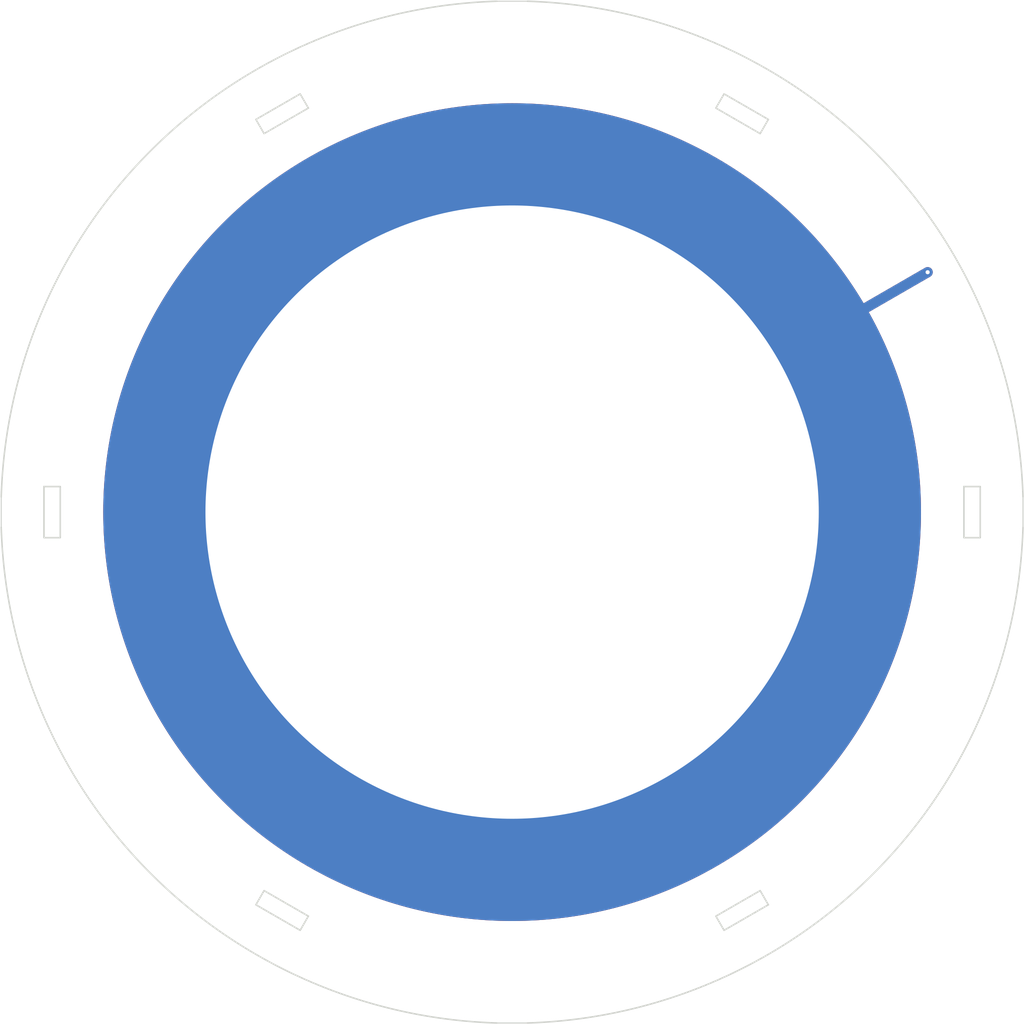
<source format=kicad_pcb>
(kicad_pcb (version 20221018) (generator pcbnew)

  (general
    (thickness 1.6)
  )

  (paper "User" 499.999 499.999)
  (layers
    (0 "F.Cu" signal)
    (31 "B.Cu" signal)
    (32 "B.Adhes" user "B.Adhesive")
    (33 "F.Adhes" user "F.Adhesive")
    (34 "B.Paste" user)
    (35 "F.Paste" user)
    (36 "B.SilkS" user "B.Silkscreen")
    (37 "F.SilkS" user "F.Silkscreen")
    (38 "B.Mask" user)
    (39 "F.Mask" user)
    (40 "Dwgs.User" user "User.Drawings")
    (41 "Cmts.User" user "User.Comments")
    (42 "Eco1.User" user "User.Eco1")
    (43 "Eco2.User" user "User.Eco2")
    (44 "Edge.Cuts" user)
    (45 "Margin" user)
    (46 "B.CrtYd" user "B.Courtyard")
    (47 "F.CrtYd" user "F.Courtyard")
    (48 "B.Fab" user)
    (49 "F.Fab" user)
    (50 "User.1" user)
    (51 "User.2" user)
    (52 "User.3" user)
    (53 "User.4" user)
    (54 "User.5" user)
    (55 "User.6" user)
    (56 "User.7" user)
    (57 "User.8" user)
    (58 "User.9" user)
  )

  (setup
    (pad_to_mask_clearance 0)
    (pcbplotparams
      (layerselection 0x00010fc_ffffffff)
      (plot_on_all_layers_selection 0x0000000_00000000)
      (disableapertmacros false)
      (usegerberextensions false)
      (usegerberattributes true)
      (usegerberadvancedattributes true)
      (creategerberjobfile true)
      (dashed_line_dash_ratio 12.000000)
      (dashed_line_gap_ratio 3.000000)
      (svgprecision 4)
      (plotframeref false)
      (viasonmask false)
      (mode 1)
      (useauxorigin false)
      (hpglpennumber 1)
      (hpglpenspeed 20)
      (hpglpendiameter 15.000000)
      (dxfpolygonmode true)
      (dxfimperialunits true)
      (dxfusepcbnewfont true)
      (psnegative false)
      (psa4output false)
      (plotreference true)
      (plotvalue true)
      (plotinvisibletext false)
      (sketchpadsonfab false)
      (subtractmaskfromsilk false)
      (outputformat 1)
      (mirror false)
      (drillshape 1)
      (scaleselection 1)
      (outputdirectory "")
    )
  )

  (net 0 "")

  (gr_line (start 133.029671 112.815023) (end 139.44827 109.109243)
    (stroke (width 1) (type default)) (layer "F.Cu") (tstamp 9bf33168-74e8-450c-b4ed-f5cad890178b))
  (gr_line (start 133.029671 112.815023) (end 139.44827 109.109243)
    (stroke (width 1) (type default)) (layer "B.Cu") (tstamp 587b7d02-687f-48d6-a01f-406e4a1e8a11))
  (gr_circle (center 98.797139 132.579184) (end 133.797139 132.579184)
    (stroke (width 10) (type default)) (fill none) (layer "B.Mask") (tstamp 1ad6b06e-55ff-4e75-8fa5-211ecdfa312f))
  (gr_circle (center 98.797139 132.579184) (end 133.797139 132.579184)
    (stroke (width 10) (type default)) (fill none) (layer "F.Mask") (tstamp f9a26e45-3463-4412-9c65-8da5770311ce))
  (gr_poly
    (pts
      (xy 118.732075 93.050861)
      (xy 119.532075 91.66522)
      (xy 123.862202 94.16522)
      (xy 123.062202 95.550861)
    )

    (stroke (width 0.15) (type default)) (fill none) (layer "Edge.Cuts") (tstamp 09d4dd95-0f0a-4f8c-b5f0-0b5c6a656b28))
  (gr_arc (start 97.296465 182.556658) (mid 63.441323 167.934045) (end 48.819625 134.078509)
    (stroke (width 0.15) (type default)) (layer "Edge.Cuts") (tstamp 1e502006-4663-450f-a600-ad416be28a6c))
  (gr_poly
    (pts
      (xy 78.862203 172.107507)
      (xy 78.062203 173.493148)
      (xy 73.732076 170.993148)
      (xy 74.532076 169.607507)
    )

    (stroke (width 0.15) (type default)) (fill none) (layer "Edge.Cuts") (tstamp 22a6bee7-579a-4ea4-8a32-6e1b7b03c447))
  (gr_arc (start 100.297813 82.60171) (mid 134.152955 97.224323) (end 148.774653 131.079859)
    (stroke (width 0.15) (type default)) (layer "Edge.Cuts") (tstamp 6b9d6dca-68b1-4090-b7b3-f8a4b48fcd7d))
  (gr_rect (start 52.997139 130.079184) (end 54.597139 135.079184)
    (stroke (width 0.15) (type default)) (fill none) (layer "Edge.Cuts") (tstamp 70e460cb-da00-41f7-acf3-1a3f6730cf2f))
  (gr_line (start 148.774653 131.079859) (end 148.774613 134.079858)
    (stroke (width 0.1) (type default)) (layer "Edge.Cuts") (tstamp 753aca69-9fcb-4cef-8b85-8e0447fae6fb))
  (gr_poly
    (pts
      (xy 123.062203 169.607507)
      (xy 123.862203 170.993148)
      (xy 119.532076 173.493148)
      (xy 118.732076 172.107507)
    )

    (stroke (width 0.15) (type default)) (fill none) (layer "Edge.Cuts") (tstamp 80797cee-418c-4dbf-83e0-b39d43cd792a))
  (gr_line (start 48.819625 134.078509) (end 48.819665 131.07851)
    (stroke (width 0.1) (type default)) (layer "Edge.Cuts") (tstamp aced1243-193e-4149-805d-97d2e395e728))
  (gr_line (start 97.297814 82.60167) (end 100.297813 82.60171)
    (stroke (width 0.1) (type default)) (layer "Edge.Cuts") (tstamp b11254e7-3a71-4e5b-b609-8e45f4f7c895))
  (gr_rect (start 142.997139 130.079184) (end 144.597139 135.079184)
    (stroke (width 0.15) (type default)) (fill none) (layer "Edge.Cuts") (tstamp bf04a487-0300-46d8-92b2-766234c8f10a))
  (gr_arc (start 48.819665 131.07851) (mid 63.442278 97.223368) (end 97.297814 82.60167)
    (stroke (width 0.15) (type default)) (layer "Edge.Cuts") (tstamp d7231142-ead0-4fe5-ae91-226e9c7d13bf))
  (gr_poly
    (pts
      (xy 74.532075 95.550861)
      (xy 73.732075 94.16522)
      (xy 78.062202 91.66522)
      (xy 78.862202 93.050861)
    )

    (stroke (width 0.15) (type default)) (fill none) (layer "Edge.Cuts") (tstamp eb3c9c58-a95a-41f1-b7bd-8a4ecb4efefd))
  (gr_line (start 100.296464 182.556698) (end 97.296465 182.556658)
    (stroke (width 0.1) (type default)) (layer "Edge.Cuts") (tstamp efbc17cd-e830-4c84-8a5d-2f7da5f88d9d))
  (gr_arc (start 148.774613 134.079858) (mid 134.152 167.935) (end 100.296464 182.556698)
    (stroke (width 0.15) (type default)) (layer "Edge.Cuts") (tstamp fe325a3f-dca5-4c12-86e6-3033e6367548))
  (gr_line (start 98.797139 132.579184) (end 133.029671 112.815023)
    (stroke (width 0.15) (type default)) (layer "User.6") (tstamp 042a0dc4-276b-49df-8a43-e925a6cdd051))
  (gr_line (start 142.997139 135.079184) (end 142.997139 130.079184)
    (stroke (width 0.15) (type default)) (layer "User.6") (tstamp 0f1dc123-1064-47be-982d-7c30fa3dc133))
  (gr_line (start 138.797139 132.579184) (end 148.797139 132.579184)
    (stroke (width 0.15) (type default)) (layer "User.6") (tstamp 10339a44-e40a-427e-ad74-a04321bfe132))
  (gr_line (start 143.797139 130.079184) (end 144.597139 130.079184)
    (stroke (width 0.15) (type default)) (layer "User.6") (tstamp 347fa578-01a5-4d24-bda3-5939a15029c8))
  (gr_line (start 107.355272 127.638144) (end 98.797139 132.579184)
    (stroke (width 0.15) (type default)) (layer "User.6") (tstamp 3580f2aa-1865-48be-ba66-2b3214af36e3))
  (gr_circle (center 98.797139 132.579184) (end 128.797139 132.579184)
    (stroke (width 0.2) (type default)) (fill none) (layer "User.6") (tstamp 43d4e605-9111-40f5-99a8-f0ee4f0da9d8))
  (gr_line (start 144.597139 130.079184) (end 144.597139 135.079184)
    (stroke (width 0.15) (type default)) (layer "User.6") (tstamp 516b8f74-27d5-4208-963c-69c3a885ae47))
  (gr_line (start 143.797139 135.079184) (end 143.797139 132.579184)
    (stroke (width 0.15) (type default)) (layer "User.6") (tstamp 52b8e0c8-6eeb-4492-8762-04943830b1a1))
  (gr_line (start 137.308737 110.344503) (end 133.029671 112.815023)
    (stroke (width 0.15) (type default)) (layer "User.6") (tstamp 5bf5d277-d0a2-4e35-bb16-bc74926181b7))
  (gr_line (start 144.597139 135.079184) (end 143.797139 135.079184)
    (stroke (width 0.15) (type default)) (layer "User.6") (tstamp 73aa8d6c-9350-4a89-94c2-07945d27c945))
  (gr_line (start 143.797139 132.579184) (end 143.797139 130.079184)
    (stroke (width 0.15) (type default)) (layer "User.6") (tstamp 76a68bcd-766d-432e-adb1-4a8e59709713))
  (gr_line (start 142.997139 135.079184) (end 143.797139 135.079184)
    (stroke (width 0.15) (type default)) (layer "User.6") (tstamp 8135f216-adc4-432d-b45d-aabd31d307e5))
  (gr_line (start 142.997139 130.079184) (end 143.797139 130.079184)
    (stroke (width 0.15) (type default)) (layer "User.6") (tstamp 8bb12a38-4417-47b2-8b45-49911f80206b))
  (gr_circle (center 98.797139 132.579184) (end 148.797139 132.579184)
    (stroke (width 0.2) (type default)) (fill none) (layer "User.6") (tstamp 93da1056-26fe-4307-8901-100d672ba890))
  (gr_line (start 98.797139 132.579184) (end 148.797139 132.579184)
    (stroke (width 0.15) (type default)) (layer "User.6") (tstamp 960512df-d6c9-4fa0-8858-348a18ae3ac7))
  (gr_line (start 141.587803 107.873983) (end 137.308737 110.344503)
    (stroke (width 0.15) (type default)) (layer "User.6") (tstamp cc7de1fa-a99f-4bb7-b5a8-5d482b751b73))
  (gr_line (start 123.062202 95.550861) (end 142.997139 130.079184)
    (stroke (width 0.1) (type default)) (layer "User.6") (tstamp d402960f-f542-475c-856a-e399d4ec6cd1))
  (gr_line (start 115.913405 122.697104) (end 98.797139 132.579184)
    (stroke (width 0.15) (type default)) (layer "User.6") (tstamp f3f5cef7-a3c1-4abd-8a48-ef267c43b29f))
  (gr_circle (center 98.797139 132.579184) (end 138.797139 132.579184)
    (stroke (width 0.2) (type default)) (fill none) (layer "User.6") (tstamp f514bc20-1e5b-4800-97b4-35f60656b8ac))
  (gr_circle (center 139.44827 109.109243) (end 141.587803 107.873983)
    (stroke (width 0.15) (type default)) (fill none) (layer "User.6") (tstamp f69f9ace-e447-4b49-9750-5ed2e7133d76))
  (gr_line (start 148.774654 134.079859) (end 148.774654 131.079859)
    (stroke (width 0.15) (type default)) (layer "User.7") (tstamp af25ec1c-ae56-4f88-ba77-71bfae979ee7))
  (gr_line (start 100.297814 82.601669) (end 97.297814 82.601669)
    (stroke (width 0.15) (type default)) (layer "User.7") (tstamp b246e1c9-fbf9-4d02-b9b9-92b28f658a52))
  (gr_line (start 48.819624 131.078509) (end 48.819624 134.078509)
    (stroke (width 0.15) (type default)) (layer "User.7") (tstamp db3a9b6f-a7b3-446b-856a-37cbf6241c77))
  (gr_line (start 97.296464 182.556699) (end 100.296464 182.556699)
    (stroke (width 0.15) (type default)) (layer "User.7") (tstamp df806a19-1201-4b77-b9a4-afb699be6c24))
  (gr_circle (center 98.797139 132.579184) (end 128.797139 132.579184)
    (stroke (width 0.2) (type default)) (fill none) (layer "User.7") (tstamp e08ab92d-36f1-4d88-80df-e36b58457416))

  (via (at 139.44827 109.109243) (size 0.8) (drill 0.4) (layers "F.Cu" "B.Cu") (net 0) (tstamp 110402d6-cfcd-4195-8328-3818fb1a97a9))
  (via (at 98.797139 132.579184) (size 80) (drill 60) (layers "F.Cu" "B.Cu") (net 0) (tstamp 9ea0aabd-1168-4fe3-a840-2f3d7a0688a2))

)

</source>
